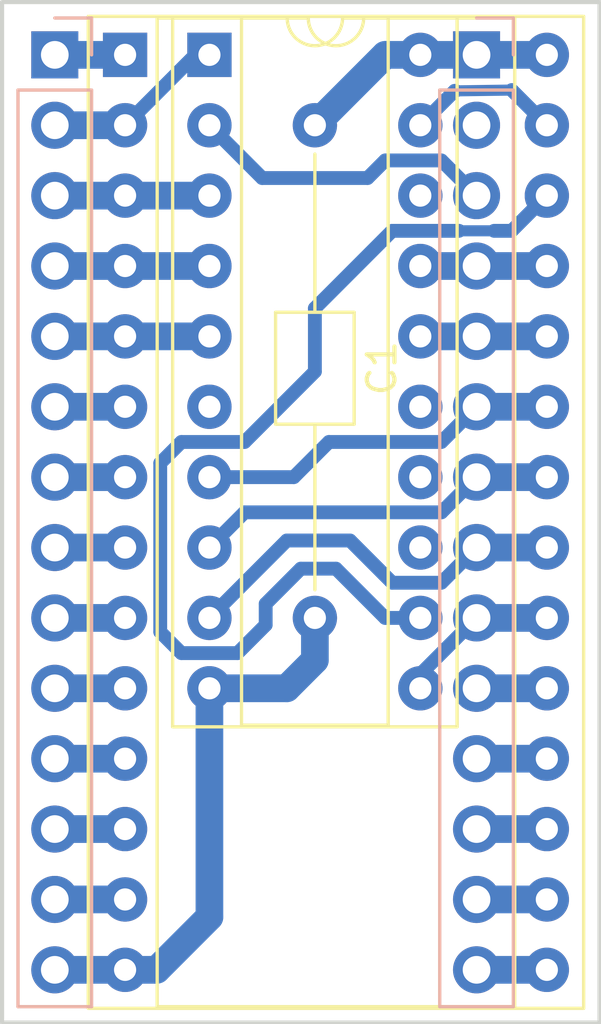
<source format=kicad_pcb>
(kicad_pcb (version 20171130) (host pcbnew 5.0.1-33cea8e~68~ubuntu16.04.1)

  (general
    (thickness 1.6)
    (drawings 4)
    (tracks 81)
    (zones 0)
    (modules 5)
    (nets 36)
  )

  (page A4)
  (layers
    (0 F.Cu signal)
    (31 B.Cu signal)
    (32 B.Adhes user hide)
    (33 F.Adhes user)
    (34 B.Paste user hide)
    (35 F.Paste user)
    (36 B.SilkS user hide)
    (37 F.SilkS user)
    (38 B.Mask user hide)
    (39 F.Mask user)
    (40 Dwgs.User user)
    (41 Cmts.User user)
    (42 Eco1.User user)
    (43 Eco2.User user)
    (44 Edge.Cuts user)
    (45 Margin user)
    (46 B.CrtYd user)
    (47 F.CrtYd user)
    (48 B.Fab user hide)
    (49 F.Fab user hide)
  )

  (setup
    (last_trace_width 1)
    (user_trace_width 0.5)
    (user_trace_width 1)
    (trace_clearance 0.2)
    (zone_clearance 0.508)
    (zone_45_only no)
    (trace_min 0.2)
    (segment_width 0.2)
    (edge_width 0.15)
    (via_size 0.8)
    (via_drill 0.4)
    (via_min_size 0.4)
    (via_min_drill 0.3)
    (uvia_size 0.3)
    (uvia_drill 0.1)
    (uvias_allowed no)
    (uvia_min_size 0.2)
    (uvia_min_drill 0.1)
    (pcb_text_width 0.3)
    (pcb_text_size 1.5 1.5)
    (mod_edge_width 0.15)
    (mod_text_size 1 1)
    (mod_text_width 0.15)
    (pad_size 1.524 1.524)
    (pad_drill 0.762)
    (pad_to_mask_clearance 0.051)
    (solder_mask_min_width 0.25)
    (aux_axis_origin 0 0)
    (visible_elements FFFFFF7F)
    (pcbplotparams
      (layerselection 0x010fc_ffffffff)
      (usegerberextensions false)
      (usegerberattributes false)
      (usegerberadvancedattributes false)
      (creategerberjobfile false)
      (excludeedgelayer true)
      (linewidth 0.100000)
      (plotframeref false)
      (viasonmask false)
      (mode 1)
      (useauxorigin false)
      (hpglpennumber 1)
      (hpglpenspeed 20)
      (hpglpendiameter 15.000000)
      (psnegative false)
      (psa4output false)
      (plotreference true)
      (plotvalue true)
      (plotinvisibletext false)
      (padsonsilk false)
      (subtractmaskfromsilk false)
      (outputformat 1)
      (mirror false)
      (drillshape 1)
      (scaleselection 1)
      (outputdirectory ""))
  )

  (net 0 "")
  (net 1 VCC)
  (net 2 GND)
  (net 3 /VPP)
  (net 4 /A12)
  (net 5 /A7)
  (net 6 /A6)
  (net 7 /A5)
  (net 8 /A4)
  (net 9 /A3)
  (net 10 /A2)
  (net 11 /A1)
  (net 12 /A0)
  (net 13 /D0)
  (net 14 /D1)
  (net 15 /D2)
  (net 16 /D3)
  (net 17 /D4)
  (net 18 /D5)
  (net 19 /D6)
  (net 20 /D7)
  (net 21 /NCE)
  (net 22 /A10)
  (net 23 /NOE)
  (net 24 /A11)
  (net 25 /A9)
  (net 26 /A8)
  (net 27 /A13)
  (net 28 "Net-(J2-Pad2)")
  (net 29 /A13OUT)
  (net 30 /A14OUT)
  (net 31 "Net-(U2-Pad13)")
  (net 32 "Net-(U2-Pad14)")
  (net 33 "Net-(U2-Pad15)")
  (net 34 "Net-(U2-Pad6)")
  (net 35 "Net-(U2-Pad18)")

  (net_class Default "This is the default net class."
    (clearance 0.2)
    (trace_width 0.5)
    (via_dia 0.8)
    (via_drill 0.4)
    (uvia_dia 0.3)
    (uvia_drill 0.1)
    (add_net /A0)
    (add_net /A1)
    (add_net /A10)
    (add_net /A11)
    (add_net /A12)
    (add_net /A13)
    (add_net /A13OUT)
    (add_net /A14OUT)
    (add_net /A2)
    (add_net /A3)
    (add_net /A4)
    (add_net /A5)
    (add_net /A6)
    (add_net /A7)
    (add_net /A8)
    (add_net /A9)
    (add_net /D0)
    (add_net /D1)
    (add_net /D2)
    (add_net /D3)
    (add_net /D4)
    (add_net /D5)
    (add_net /D6)
    (add_net /D7)
    (add_net /NCE)
    (add_net /NOE)
    (add_net /VPP)
    (add_net GND)
    (add_net "Net-(J2-Pad2)")
    (add_net "Net-(U2-Pad13)")
    (add_net "Net-(U2-Pad14)")
    (add_net "Net-(U2-Pad15)")
    (add_net "Net-(U2-Pad18)")
    (add_net "Net-(U2-Pad6)")
    (add_net VCC)
  )

  (module Package_DIP:DIP-20_W7.62mm_Socket (layer F.Cu) (tedit 5BD0653E) (tstamp 5BD07145)
    (at 104.648 76.2)
    (descr "20-lead though-hole mounted DIP package, row spacing 7.62 mm (300 mils), Socket")
    (tags "THT DIP DIL PDIP 2.54mm 7.62mm 300mil Socket")
    (path /5BD0686E)
    (fp_text reference U2 (at 3.81 -2.33) (layer F.SilkS) hide
      (effects (font (size 1 1) (thickness 0.15)))
    )
    (fp_text value GAL16V8 (at 3.81 25.19) (layer F.Fab)
      (effects (font (size 1 1) (thickness 0.15)))
    )
    (fp_arc (start 3.81 -1.33) (end 2.81 -1.33) (angle -180) (layer F.SilkS) (width 0.12))
    (fp_line (start 1.635 -1.27) (end 6.985 -1.27) (layer F.Fab) (width 0.1))
    (fp_line (start 6.985 -1.27) (end 6.985 24.13) (layer F.Fab) (width 0.1))
    (fp_line (start 6.985 24.13) (end 0.635 24.13) (layer F.Fab) (width 0.1))
    (fp_line (start 0.635 24.13) (end 0.635 -0.27) (layer F.Fab) (width 0.1))
    (fp_line (start 0.635 -0.27) (end 1.635 -1.27) (layer F.Fab) (width 0.1))
    (fp_line (start -1.27 -1.33) (end -1.27 24.19) (layer F.Fab) (width 0.1))
    (fp_line (start -1.27 24.19) (end 8.89 24.19) (layer F.Fab) (width 0.1))
    (fp_line (start 8.89 24.19) (end 8.89 -1.33) (layer F.Fab) (width 0.1))
    (fp_line (start 8.89 -1.33) (end -1.27 -1.33) (layer F.Fab) (width 0.1))
    (fp_line (start 2.81 -1.33) (end 1.16 -1.33) (layer F.SilkS) (width 0.12))
    (fp_line (start 1.16 -1.33) (end 1.16 24.19) (layer F.SilkS) (width 0.12))
    (fp_line (start 1.16 24.19) (end 6.46 24.19) (layer F.SilkS) (width 0.12))
    (fp_line (start 6.46 24.19) (end 6.46 -1.33) (layer F.SilkS) (width 0.12))
    (fp_line (start 6.46 -1.33) (end 4.81 -1.33) (layer F.SilkS) (width 0.12))
    (fp_line (start -1.33 -1.39) (end -1.33 24.25) (layer F.SilkS) (width 0.12))
    (fp_line (start -1.33 24.25) (end 8.95 24.25) (layer F.SilkS) (width 0.12))
    (fp_line (start 8.95 24.25) (end 8.95 -1.39) (layer F.SilkS) (width 0.12))
    (fp_line (start 8.95 -1.39) (end -1.33 -1.39) (layer F.SilkS) (width 0.12))
    (fp_line (start -1.55 -1.6) (end -1.55 24.45) (layer F.CrtYd) (width 0.05))
    (fp_line (start -1.55 24.45) (end 9.15 24.45) (layer F.CrtYd) (width 0.05))
    (fp_line (start 9.15 24.45) (end 9.15 -1.6) (layer F.CrtYd) (width 0.05))
    (fp_line (start 9.15 -1.6) (end -1.55 -1.6) (layer F.CrtYd) (width 0.05))
    (fp_text user %R (at 3.81 11.43) (layer F.Fab)
      (effects (font (size 1 1) (thickness 0.15)))
    )
    (pad 1 thru_hole rect (at 0 0) (size 1.6 1.6) (drill 0.8) (layers *.Cu *.Mask)
      (net 4 /A12))
    (pad 11 thru_hole oval (at 7.62 22.86) (size 1.6 1.6) (drill 0.8) (layers *.Cu *.Mask)
      (net 21 /NCE))
    (pad 2 thru_hole oval (at 0 2.54) (size 1.6 1.6) (drill 0.8) (layers *.Cu *.Mask)
      (net 27 /A13))
    (pad 12 thru_hole oval (at 7.62 20.32) (size 1.6 1.6) (drill 0.8) (layers *.Cu *.Mask)
      (net 29 /A13OUT))
    (pad 3 thru_hole oval (at 0 5.08) (size 1.6 1.6) (drill 0.8) (layers *.Cu *.Mask)
      (net 5 /A7))
    (pad 13 thru_hole oval (at 7.62 17.78) (size 1.6 1.6) (drill 0.8) (layers *.Cu *.Mask)
      (net 31 "Net-(U2-Pad13)"))
    (pad 4 thru_hole oval (at 0 7.62) (size 1.6 1.6) (drill 0.8) (layers *.Cu *.Mask)
      (net 6 /A6))
    (pad 14 thru_hole oval (at 7.62 15.24) (size 1.6 1.6) (drill 0.8) (layers *.Cu *.Mask)
      (net 32 "Net-(U2-Pad14)"))
    (pad 5 thru_hole oval (at 0 10.16) (size 1.6 1.6) (drill 0.8) (layers *.Cu *.Mask)
      (net 7 /A5))
    (pad 15 thru_hole oval (at 7.62 12.7) (size 1.6 1.6) (drill 0.8) (layers *.Cu *.Mask)
      (net 33 "Net-(U2-Pad15)"))
    (pad 6 thru_hole oval (at 0 12.7) (size 1.6 1.6) (drill 0.8) (layers *.Cu *.Mask)
      (net 34 "Net-(U2-Pad6)"))
    (pad 16 thru_hole oval (at 7.62 10.16) (size 1.6 1.6) (drill 0.8) (layers *.Cu *.Mask)
      (net 25 /A9))
    (pad 7 thru_hole oval (at 0 15.24) (size 1.6 1.6) (drill 0.8) (layers *.Cu *.Mask)
      (net 24 /A11))
    (pad 17 thru_hole oval (at 7.62 7.62) (size 1.6 1.6) (drill 0.8) (layers *.Cu *.Mask)
      (net 26 /A8))
    (pad 8 thru_hole oval (at 0 17.78) (size 1.6 1.6) (drill 0.8) (layers *.Cu *.Mask)
      (net 23 /NOE))
    (pad 18 thru_hole oval (at 7.62 5.08) (size 1.6 1.6) (drill 0.8) (layers *.Cu *.Mask)
      (net 35 "Net-(U2-Pad18)"))
    (pad 9 thru_hole oval (at 0 20.32) (size 1.6 1.6) (drill 0.8) (layers *.Cu *.Mask)
      (net 22 /A10))
    (pad 19 thru_hole oval (at 7.62 2.54) (size 1.6 1.6) (drill 0.8) (layers *.Cu *.Mask)
      (net 30 /A14OUT))
    (pad 10 thru_hole oval (at 0 22.86) (size 1.6 1.6) (drill 0.8) (layers *.Cu *.Mask)
      (net 2 GND))
    (pad 20 thru_hole oval (at 7.62 0) (size 1.6 1.6) (drill 0.8) (layers *.Cu *.Mask)
      (net 1 VCC))
    (model ${KISYS3DMOD}/Package_DIP.3dshapes/DIP-20_W7.62mm_Socket.wrl
      (at (xyz 0 0 0))
      (scale (xyz 1 1 1))
      (rotate (xyz 0 0 0))
    )
  )

  (module Connector_PinHeader_2.54mm:PinHeader_1x14_P2.54mm_Vertical (layer B.Cu) (tedit 5BD06528) (tstamp 5BDCCCF5)
    (at 99.06 76.2 180)
    (descr "Through hole straight pin header, 1x14, 2.54mm pitch, single row")
    (tags "Through hole pin header THT 1x14 2.54mm single row")
    (path /5BD069BF)
    (fp_text reference J1 (at 0 2.33 180) (layer B.SilkS) hide
      (effects (font (size 1 1) (thickness 0.15)) (justify mirror))
    )
    (fp_text value Conn_01x14 (at 0 -35.35 180) (layer B.Fab)
      (effects (font (size 1 1) (thickness 0.15)) (justify mirror))
    )
    (fp_line (start -0.635 1.27) (end 1.27 1.27) (layer B.Fab) (width 0.1))
    (fp_line (start 1.27 1.27) (end 1.27 -34.29) (layer B.Fab) (width 0.1))
    (fp_line (start 1.27 -34.29) (end -1.27 -34.29) (layer B.Fab) (width 0.1))
    (fp_line (start -1.27 -34.29) (end -1.27 0.635) (layer B.Fab) (width 0.1))
    (fp_line (start -1.27 0.635) (end -0.635 1.27) (layer B.Fab) (width 0.1))
    (fp_line (start -1.33 -34.35) (end 1.33 -34.35) (layer B.SilkS) (width 0.12))
    (fp_line (start -1.33 -1.27) (end -1.33 -34.35) (layer B.SilkS) (width 0.12))
    (fp_line (start 1.33 -1.27) (end 1.33 -34.35) (layer B.SilkS) (width 0.12))
    (fp_line (start -1.33 -1.27) (end 1.33 -1.27) (layer B.SilkS) (width 0.12))
    (fp_line (start -1.33 0) (end -1.33 1.33) (layer B.SilkS) (width 0.12))
    (fp_line (start -1.33 1.33) (end 0 1.33) (layer B.SilkS) (width 0.12))
    (fp_line (start -1.8 1.8) (end -1.8 -34.8) (layer B.CrtYd) (width 0.05))
    (fp_line (start -1.8 -34.8) (end 1.8 -34.8) (layer B.CrtYd) (width 0.05))
    (fp_line (start 1.8 -34.8) (end 1.8 1.8) (layer B.CrtYd) (width 0.05))
    (fp_line (start 1.8 1.8) (end -1.8 1.8) (layer B.CrtYd) (width 0.05))
    (fp_text user %R (at 0 -16.51 90) (layer B.Fab)
      (effects (font (size 1 1) (thickness 0.15)) (justify mirror))
    )
    (pad 1 thru_hole rect (at 0 0 180) (size 1.7 1.7) (drill 1) (layers *.Cu *.Mask)
      (net 3 /VPP))
    (pad 2 thru_hole oval (at 0 -2.54 180) (size 1.7 1.7) (drill 1) (layers *.Cu *.Mask)
      (net 4 /A12))
    (pad 3 thru_hole oval (at 0 -5.08 180) (size 1.7 1.7) (drill 1) (layers *.Cu *.Mask)
      (net 5 /A7))
    (pad 4 thru_hole oval (at 0 -7.62 180) (size 1.7 1.7) (drill 1) (layers *.Cu *.Mask)
      (net 6 /A6))
    (pad 5 thru_hole oval (at 0 -10.16 180) (size 1.7 1.7) (drill 1) (layers *.Cu *.Mask)
      (net 7 /A5))
    (pad 6 thru_hole oval (at 0 -12.7 180) (size 1.7 1.7) (drill 1) (layers *.Cu *.Mask)
      (net 8 /A4))
    (pad 7 thru_hole oval (at 0 -15.24 180) (size 1.7 1.7) (drill 1) (layers *.Cu *.Mask)
      (net 9 /A3))
    (pad 8 thru_hole oval (at 0 -17.78 180) (size 1.7 1.7) (drill 1) (layers *.Cu *.Mask)
      (net 10 /A2))
    (pad 9 thru_hole oval (at 0 -20.32 180) (size 1.7 1.7) (drill 1) (layers *.Cu *.Mask)
      (net 11 /A1))
    (pad 10 thru_hole oval (at 0 -22.86 180) (size 1.7 1.7) (drill 1) (layers *.Cu *.Mask)
      (net 12 /A0))
    (pad 11 thru_hole oval (at 0 -25.4 180) (size 1.7 1.7) (drill 1) (layers *.Cu *.Mask)
      (net 13 /D0))
    (pad 12 thru_hole oval (at 0 -27.94 180) (size 1.7 1.7) (drill 1) (layers *.Cu *.Mask)
      (net 14 /D1))
    (pad 13 thru_hole oval (at 0 -30.48 180) (size 1.7 1.7) (drill 1) (layers *.Cu *.Mask)
      (net 15 /D2))
    (pad 14 thru_hole oval (at 0 -33.02 180) (size 1.7 1.7) (drill 1) (layers *.Cu *.Mask)
      (net 2 GND))
    (model ${KISYS3DMOD}/Connector_PinHeader_2.54mm.3dshapes/PinHeader_1x14_P2.54mm_Vertical.wrl
      (at (xyz 0 0 0))
      (scale (xyz 1 1 1))
      (rotate (xyz 0 0 0))
    )
  )

  (module Connector_PinHeader_2.54mm:PinHeader_1x14_P2.54mm_Vertical (layer B.Cu) (tedit 5BD0652E) (tstamp 5BDCCEC6)
    (at 114.3 76.2 180)
    (descr "Through hole straight pin header, 1x14, 2.54mm pitch, single row")
    (tags "Through hole pin header THT 1x14 2.54mm single row")
    (path /5BD06A3E)
    (fp_text reference J2 (at 0 2.33 180) (layer B.SilkS) hide
      (effects (font (size 1 1) (thickness 0.15)) (justify mirror))
    )
    (fp_text value Conn_01x14 (at 0 -35.35 180) (layer B.Fab)
      (effects (font (size 1 1) (thickness 0.15)) (justify mirror))
    )
    (fp_text user %R (at 0 -16.51 90) (layer B.Fab)
      (effects (font (size 1 1) (thickness 0.15)) (justify mirror))
    )
    (fp_line (start 1.8 1.8) (end -1.8 1.8) (layer B.CrtYd) (width 0.05))
    (fp_line (start 1.8 -34.8) (end 1.8 1.8) (layer B.CrtYd) (width 0.05))
    (fp_line (start -1.8 -34.8) (end 1.8 -34.8) (layer B.CrtYd) (width 0.05))
    (fp_line (start -1.8 1.8) (end -1.8 -34.8) (layer B.CrtYd) (width 0.05))
    (fp_line (start -1.33 1.33) (end 0 1.33) (layer B.SilkS) (width 0.12))
    (fp_line (start -1.33 0) (end -1.33 1.33) (layer B.SilkS) (width 0.12))
    (fp_line (start -1.33 -1.27) (end 1.33 -1.27) (layer B.SilkS) (width 0.12))
    (fp_line (start 1.33 -1.27) (end 1.33 -34.35) (layer B.SilkS) (width 0.12))
    (fp_line (start -1.33 -1.27) (end -1.33 -34.35) (layer B.SilkS) (width 0.12))
    (fp_line (start -1.33 -34.35) (end 1.33 -34.35) (layer B.SilkS) (width 0.12))
    (fp_line (start -1.27 0.635) (end -0.635 1.27) (layer B.Fab) (width 0.1))
    (fp_line (start -1.27 -34.29) (end -1.27 0.635) (layer B.Fab) (width 0.1))
    (fp_line (start 1.27 -34.29) (end -1.27 -34.29) (layer B.Fab) (width 0.1))
    (fp_line (start 1.27 1.27) (end 1.27 -34.29) (layer B.Fab) (width 0.1))
    (fp_line (start -0.635 1.27) (end 1.27 1.27) (layer B.Fab) (width 0.1))
    (pad 14 thru_hole oval (at 0 -33.02 180) (size 1.7 1.7) (drill 1) (layers *.Cu *.Mask)
      (net 16 /D3))
    (pad 13 thru_hole oval (at 0 -30.48 180) (size 1.7 1.7) (drill 1) (layers *.Cu *.Mask)
      (net 17 /D4))
    (pad 12 thru_hole oval (at 0 -27.94 180) (size 1.7 1.7) (drill 1) (layers *.Cu *.Mask)
      (net 18 /D5))
    (pad 11 thru_hole oval (at 0 -25.4 180) (size 1.7 1.7) (drill 1) (layers *.Cu *.Mask)
      (net 19 /D6))
    (pad 10 thru_hole oval (at 0 -22.86 180) (size 1.7 1.7) (drill 1) (layers *.Cu *.Mask)
      (net 20 /D7))
    (pad 9 thru_hole oval (at 0 -20.32 180) (size 1.7 1.7) (drill 1) (layers *.Cu *.Mask)
      (net 21 /NCE))
    (pad 8 thru_hole oval (at 0 -17.78 180) (size 1.7 1.7) (drill 1) (layers *.Cu *.Mask)
      (net 22 /A10))
    (pad 7 thru_hole oval (at 0 -15.24 180) (size 1.7 1.7) (drill 1) (layers *.Cu *.Mask)
      (net 23 /NOE))
    (pad 6 thru_hole oval (at 0 -12.7 180) (size 1.7 1.7) (drill 1) (layers *.Cu *.Mask)
      (net 24 /A11))
    (pad 5 thru_hole oval (at 0 -10.16 180) (size 1.7 1.7) (drill 1) (layers *.Cu *.Mask)
      (net 25 /A9))
    (pad 4 thru_hole oval (at 0 -7.62 180) (size 1.7 1.7) (drill 1) (layers *.Cu *.Mask)
      (net 26 /A8))
    (pad 3 thru_hole oval (at 0 -5.08 180) (size 1.7 1.7) (drill 1) (layers *.Cu *.Mask)
      (net 27 /A13))
    (pad 2 thru_hole oval (at 0 -2.54 180) (size 1.7 1.7) (drill 1) (layers *.Cu *.Mask)
      (net 28 "Net-(J2-Pad2)"))
    (pad 1 thru_hole rect (at 0 0 180) (size 1.7 1.7) (drill 1) (layers *.Cu *.Mask)
      (net 1 VCC))
    (model ${KISYS3DMOD}/Connector_PinHeader_2.54mm.3dshapes/PinHeader_1x14_P2.54mm_Vertical.wrl
      (at (xyz 0 0 0))
      (scale (xyz 1 1 1))
      (rotate (xyz 0 0 0))
    )
  )

  (module Package_DIP:DIP-28_W15.24mm_Socket (layer F.Cu) (tedit 5BD06535) (tstamp 5BD07012)
    (at 101.6 76.2)
    (descr "28-lead though-hole mounted DIP package, row spacing 15.24 mm (600 mils), Socket")
    (tags "THT DIP DIL PDIP 2.54mm 15.24mm 600mil Socket")
    (path /5BD067B7)
    (fp_text reference U1 (at 7.62 -2.33) (layer F.SilkS) hide
      (effects (font (size 1 1) (thickness 0.15)))
    )
    (fp_text value 27C256 (at 7.62 35.35) (layer F.Fab)
      (effects (font (size 1 1) (thickness 0.15)))
    )
    (fp_arc (start 7.62 -1.33) (end 6.62 -1.33) (angle -180) (layer F.SilkS) (width 0.12))
    (fp_line (start 1.255 -1.27) (end 14.985 -1.27) (layer F.Fab) (width 0.1))
    (fp_line (start 14.985 -1.27) (end 14.985 34.29) (layer F.Fab) (width 0.1))
    (fp_line (start 14.985 34.29) (end 0.255 34.29) (layer F.Fab) (width 0.1))
    (fp_line (start 0.255 34.29) (end 0.255 -0.27) (layer F.Fab) (width 0.1))
    (fp_line (start 0.255 -0.27) (end 1.255 -1.27) (layer F.Fab) (width 0.1))
    (fp_line (start -1.27 -1.33) (end -1.27 34.35) (layer F.Fab) (width 0.1))
    (fp_line (start -1.27 34.35) (end 16.51 34.35) (layer F.Fab) (width 0.1))
    (fp_line (start 16.51 34.35) (end 16.51 -1.33) (layer F.Fab) (width 0.1))
    (fp_line (start 16.51 -1.33) (end -1.27 -1.33) (layer F.Fab) (width 0.1))
    (fp_line (start 6.62 -1.33) (end 1.16 -1.33) (layer F.SilkS) (width 0.12))
    (fp_line (start 1.16 -1.33) (end 1.16 34.35) (layer F.SilkS) (width 0.12))
    (fp_line (start 1.16 34.35) (end 14.08 34.35) (layer F.SilkS) (width 0.12))
    (fp_line (start 14.08 34.35) (end 14.08 -1.33) (layer F.SilkS) (width 0.12))
    (fp_line (start 14.08 -1.33) (end 8.62 -1.33) (layer F.SilkS) (width 0.12))
    (fp_line (start -1.33 -1.39) (end -1.33 34.41) (layer F.SilkS) (width 0.12))
    (fp_line (start -1.33 34.41) (end 16.57 34.41) (layer F.SilkS) (width 0.12))
    (fp_line (start 16.57 34.41) (end 16.57 -1.39) (layer F.SilkS) (width 0.12))
    (fp_line (start 16.57 -1.39) (end -1.33 -1.39) (layer F.SilkS) (width 0.12))
    (fp_line (start -1.55 -1.6) (end -1.55 34.65) (layer F.CrtYd) (width 0.05))
    (fp_line (start -1.55 34.65) (end 16.8 34.65) (layer F.CrtYd) (width 0.05))
    (fp_line (start 16.8 34.65) (end 16.8 -1.6) (layer F.CrtYd) (width 0.05))
    (fp_line (start 16.8 -1.6) (end -1.55 -1.6) (layer F.CrtYd) (width 0.05))
    (fp_text user %R (at 7.62 16.51) (layer F.Fab)
      (effects (font (size 1 1) (thickness 0.15)))
    )
    (pad 1 thru_hole rect (at 0 0) (size 1.6 1.6) (drill 0.8) (layers *.Cu *.Mask)
      (net 3 /VPP))
    (pad 15 thru_hole oval (at 15.24 33.02) (size 1.6 1.6) (drill 0.8) (layers *.Cu *.Mask)
      (net 16 /D3))
    (pad 2 thru_hole oval (at 0 2.54) (size 1.6 1.6) (drill 0.8) (layers *.Cu *.Mask)
      (net 4 /A12))
    (pad 16 thru_hole oval (at 15.24 30.48) (size 1.6 1.6) (drill 0.8) (layers *.Cu *.Mask)
      (net 17 /D4))
    (pad 3 thru_hole oval (at 0 5.08) (size 1.6 1.6) (drill 0.8) (layers *.Cu *.Mask)
      (net 5 /A7))
    (pad 17 thru_hole oval (at 15.24 27.94) (size 1.6 1.6) (drill 0.8) (layers *.Cu *.Mask)
      (net 18 /D5))
    (pad 4 thru_hole oval (at 0 7.62) (size 1.6 1.6) (drill 0.8) (layers *.Cu *.Mask)
      (net 6 /A6))
    (pad 18 thru_hole oval (at 15.24 25.4) (size 1.6 1.6) (drill 0.8) (layers *.Cu *.Mask)
      (net 19 /D6))
    (pad 5 thru_hole oval (at 0 10.16) (size 1.6 1.6) (drill 0.8) (layers *.Cu *.Mask)
      (net 7 /A5))
    (pad 19 thru_hole oval (at 15.24 22.86) (size 1.6 1.6) (drill 0.8) (layers *.Cu *.Mask)
      (net 20 /D7))
    (pad 6 thru_hole oval (at 0 12.7) (size 1.6 1.6) (drill 0.8) (layers *.Cu *.Mask)
      (net 8 /A4))
    (pad 20 thru_hole oval (at 15.24 20.32) (size 1.6 1.6) (drill 0.8) (layers *.Cu *.Mask)
      (net 21 /NCE))
    (pad 7 thru_hole oval (at 0 15.24) (size 1.6 1.6) (drill 0.8) (layers *.Cu *.Mask)
      (net 9 /A3))
    (pad 21 thru_hole oval (at 15.24 17.78) (size 1.6 1.6) (drill 0.8) (layers *.Cu *.Mask)
      (net 22 /A10))
    (pad 8 thru_hole oval (at 0 17.78) (size 1.6 1.6) (drill 0.8) (layers *.Cu *.Mask)
      (net 10 /A2))
    (pad 22 thru_hole oval (at 15.24 15.24) (size 1.6 1.6) (drill 0.8) (layers *.Cu *.Mask)
      (net 23 /NOE))
    (pad 9 thru_hole oval (at 0 20.32) (size 1.6 1.6) (drill 0.8) (layers *.Cu *.Mask)
      (net 11 /A1))
    (pad 23 thru_hole oval (at 15.24 12.7) (size 1.6 1.6) (drill 0.8) (layers *.Cu *.Mask)
      (net 24 /A11))
    (pad 10 thru_hole oval (at 0 22.86) (size 1.6 1.6) (drill 0.8) (layers *.Cu *.Mask)
      (net 12 /A0))
    (pad 24 thru_hole oval (at 15.24 10.16) (size 1.6 1.6) (drill 0.8) (layers *.Cu *.Mask)
      (net 25 /A9))
    (pad 11 thru_hole oval (at 0 25.4) (size 1.6 1.6) (drill 0.8) (layers *.Cu *.Mask)
      (net 13 /D0))
    (pad 25 thru_hole oval (at 15.24 7.62) (size 1.6 1.6) (drill 0.8) (layers *.Cu *.Mask)
      (net 26 /A8))
    (pad 12 thru_hole oval (at 0 27.94) (size 1.6 1.6) (drill 0.8) (layers *.Cu *.Mask)
      (net 14 /D1))
    (pad 26 thru_hole oval (at 15.24 5.08) (size 1.6 1.6) (drill 0.8) (layers *.Cu *.Mask)
      (net 29 /A13OUT))
    (pad 13 thru_hole oval (at 0 30.48) (size 1.6 1.6) (drill 0.8) (layers *.Cu *.Mask)
      (net 15 /D2))
    (pad 27 thru_hole oval (at 15.24 2.54) (size 1.6 1.6) (drill 0.8) (layers *.Cu *.Mask)
      (net 30 /A14OUT))
    (pad 14 thru_hole oval (at 0 33.02) (size 1.6 1.6) (drill 0.8) (layers *.Cu *.Mask)
      (net 2 GND))
    (pad 28 thru_hole oval (at 15.24 0) (size 1.6 1.6) (drill 0.8) (layers *.Cu *.Mask)
      (net 1 VCC))
    (model ${KISYS3DMOD}/Package_DIP.3dshapes/DIP-28_W15.24mm_Socket.wrl
      (at (xyz 0 0 0))
      (scale (xyz 1 1 1))
      (rotate (xyz 0 0 0))
    )
  )

  (module custom_footprints:C_Axial_L3.8mm_D2.6mm_P17.50mm_Horizontal (layer F.Cu) (tedit 5BD063BD) (tstamp 5BE7E77A)
    (at 108.458 78.74 270)
    (descr "C, Axial series, Axial, Horizontal, pin pitch=15mm, , length*diameter=3.8*2.6mm^2, http://www.vishay.com/docs/45231/arseries.pdf")
    (tags "C Axial series Axial Horizontal pin pitch 15mm  length 3.8mm diameter 2.6mm")
    (path /5BD05845)
    (fp_text reference C1 (at 8.77 -2.42 270) (layer F.SilkS)
      (effects (font (size 1 1) (thickness 0.15)))
    )
    (fp_text value CAP (at 8.77 2.42 270) (layer F.Fab)
      (effects (font (size 1 1) (thickness 0.15)))
    )
    (fp_line (start 6.87 -1.3) (end 6.87 1.3) (layer F.Fab) (width 0.1))
    (fp_line (start 6.87 1.3) (end 10.67 1.3) (layer F.Fab) (width 0.1))
    (fp_line (start 10.67 1.3) (end 10.67 -1.3) (layer F.Fab) (width 0.1))
    (fp_line (start 10.67 -1.3) (end 6.87 -1.3) (layer F.Fab) (width 0.1))
    (fp_line (start 0 0) (end 6.858 0) (layer F.Fab) (width 0.1))
    (fp_line (start 17.78 0) (end 10.656 0) (layer F.Fab) (width 0.1))
    (fp_line (start 6.75 -1.42) (end 6.75 1.42) (layer F.SilkS) (width 0.12))
    (fp_line (start 6.75 1.42) (end 10.79 1.42) (layer F.SilkS) (width 0.12))
    (fp_line (start 10.79 1.42) (end 10.79 -1.42) (layer F.SilkS) (width 0.12))
    (fp_line (start 10.79 -1.42) (end 6.75 -1.42) (layer F.SilkS) (width 0.12))
    (fp_line (start 1.04 0) (end 6.731 0) (layer F.SilkS) (width 0.12))
    (fp_line (start 16.764 0) (end 10.795 0) (layer F.SilkS) (width 0.12))
    (fp_line (start -1.016 -1.524) (end -1.016 1.524) (layer F.CrtYd) (width 0.05))
    (fp_line (start -1.016 1.524) (end 18.796 1.524) (layer F.CrtYd) (width 0.05))
    (fp_line (start 18.796 1.524) (end 18.796 -1.524) (layer F.CrtYd) (width 0.05))
    (fp_line (start 18.796 -1.524) (end -1.016 -1.524) (layer F.CrtYd) (width 0.05))
    (fp_text user %R (at 8.77 0 270) (layer F.Fab)
      (effects (font (size 0.76 0.76) (thickness 0.114)))
    )
    (pad 1 thru_hole circle (at 0 0 270) (size 1.6 1.6) (drill 0.8) (layers *.Cu *.Mask)
      (net 1 VCC))
    (pad 2 thru_hole oval (at 17.78 0 270) (size 1.6 1.6) (drill 0.8) (layers *.Cu *.Mask)
      (net 2 GND))
    (model ${KISYS3DMOD}/Capacitor_THT.3dshapes/C_Axial_L3.8mm_D2.6mm_P15.00mm_Horizontal.wrl
      (at (xyz 0 0 0))
      (scale (xyz 1 1 1))
      (rotate (xyz 0 0 0))
    )
  )

  (gr_line (start 97.155 111.125) (end 97.155 74.295) (layer Edge.Cuts) (width 0.15))
  (gr_line (start 118.745 111.125) (end 97.155 111.125) (layer Edge.Cuts) (width 0.15))
  (gr_line (start 118.745 74.295) (end 118.745 111.125) (layer Edge.Cuts) (width 0.15))
  (gr_line (start 97.155 74.295) (end 118.745 74.295) (layer Edge.Cuts) (width 0.15))

  (segment (start 114.3 76.2) (end 116.84 76.2) (width 1) (layer B.Cu) (net 1) (status 30))
  (segment (start 110.998 76.2) (end 108.458 78.74) (width 1) (layer B.Cu) (net 1))
  (segment (start 114.3 76.2) (end 110.998 76.2) (width 1) (layer B.Cu) (net 1))
  (segment (start 99.06 109.22) (end 101.6 109.22) (width 1) (layer B.Cu) (net 2) (status 30))
  (segment (start 102.743 109.22) (end 104.648 107.315) (width 1) (layer B.Cu) (net 2))
  (segment (start 101.6 109.22) (end 102.743 109.22) (width 1) (layer B.Cu) (net 2) (status 10))
  (segment (start 104.648 99.06) (end 104.648 107.315) (width 1) (layer B.Cu) (net 2) (status 10))
  (segment (start 107.442 99.06) (end 104.648 99.06) (width 1) (layer B.Cu) (net 2))
  (segment (start 108.458 98.044) (end 107.442 99.06) (width 1) (layer B.Cu) (net 2))
  (segment (start 108.458 96.52) (end 108.458 98.044) (width 1) (layer B.Cu) (net 2))
  (segment (start 99.06 76.2) (end 101.6 76.2) (width 1) (layer B.Cu) (net 3) (status 30))
  (segment (start 99.06 78.74) (end 101.6 78.74) (width 1) (layer B.Cu) (net 4) (status 30))
  (segment (start 104.14 76.2) (end 101.6 78.74) (width 0.5) (layer B.Cu) (net 4) (status 30))
  (segment (start 99.06 81.28) (end 101.6 81.28) (width 1) (layer B.Cu) (net 5) (status 30))
  (segment (start 101.6 81.28) (end 104.648 81.28) (width 1) (layer B.Cu) (net 5) (status 30))
  (segment (start 99.06 83.82) (end 101.6 83.82) (width 1) (layer B.Cu) (net 6) (status 30))
  (segment (start 104.648 83.82) (end 101.6 83.82) (width 1) (layer B.Cu) (net 6) (status 30))
  (segment (start 99.06 86.36) (end 101.6 86.36) (width 1) (layer B.Cu) (net 7) (status 30))
  (segment (start 101.6 86.36) (end 104.648 86.36) (width 1) (layer B.Cu) (net 7) (status 30))
  (segment (start 99.06 88.9) (end 101.6 88.9) (width 1) (layer B.Cu) (net 8) (status 30))
  (segment (start 99.06 91.44) (end 101.6 91.44) (width 1) (layer B.Cu) (net 9) (status 30))
  (segment (start 99.06 93.98) (end 101.6 93.98) (width 1) (layer B.Cu) (net 10) (status 30))
  (segment (start 99.06 96.52) (end 101.6 96.52) (width 1) (layer B.Cu) (net 11) (status 30))
  (segment (start 99.06 99.06) (end 101.6 99.06) (width 1) (layer B.Cu) (net 12) (status 30))
  (segment (start 99.06 101.6) (end 101.6 101.6) (width 1) (layer B.Cu) (net 13) (status 30))
  (segment (start 99.06 104.14) (end 101.6 104.14) (width 1) (layer B.Cu) (net 14) (status 30))
  (segment (start 99.06 106.68) (end 101.6 106.68) (width 1) (layer B.Cu) (net 15) (status 30))
  (segment (start 114.3 109.22) (end 116.84 109.22) (width 1) (layer B.Cu) (net 16) (status 30))
  (segment (start 114.3 106.68) (end 116.84 106.68) (width 1) (layer B.Cu) (net 17) (status 30))
  (segment (start 114.3 104.14) (end 116.84 104.14) (width 1) (layer B.Cu) (net 18) (status 30))
  (segment (start 114.3 101.6) (end 116.84 101.6) (width 1) (layer B.Cu) (net 19) (status 30))
  (segment (start 114.3 99.06) (end 116.84 99.06) (width 1) (layer B.Cu) (net 20) (status 30))
  (segment (start 114.3 96.52) (end 116.84 96.52) (width 1) (layer B.Cu) (net 21) (status 30))
  (segment (start 114.3 96.52) (end 111.76 99.06) (width 0.5) (layer B.Cu) (net 21) (status 30))
  (segment (start 114.3 93.98) (end 116.84 93.98) (width 1) (layer B.Cu) (net 22) (status 30))
  (segment (start 104.648 96.52) (end 104.14 96.52) (width 0.5) (layer B.Cu) (net 22))
  (segment (start 107.442 93.726) (end 104.648 96.52) (width 0.5) (layer B.Cu) (net 22))
  (segment (start 114.3 93.98) (end 113.03 95.25) (width 0.5) (layer B.Cu) (net 22))
  (segment (start 113.03 95.25) (end 111.252 95.25) (width 0.5) (layer B.Cu) (net 22))
  (segment (start 111.252 95.25) (end 109.728 93.726) (width 0.5) (layer B.Cu) (net 22))
  (segment (start 109.728 93.726) (end 107.442 93.726) (width 0.5) (layer B.Cu) (net 22))
  (segment (start 114.3 91.44) (end 116.84 91.44) (width 1) (layer B.Cu) (net 23) (status 30))
  (segment (start 105.918 92.71) (end 104.648 93.98) (width 0.5) (layer B.Cu) (net 23) (status 20))
  (segment (start 113.03 92.71) (end 105.918 92.71) (width 0.5) (layer B.Cu) (net 23))
  (segment (start 114.3 91.44) (end 113.03 92.71) (width 0.5) (layer B.Cu) (net 23) (status 10))
  (segment (start 114.3 88.9) (end 116.84 88.9) (width 1) (layer B.Cu) (net 24) (status 30))
  (segment (start 113.03 90.17) (end 114.3 88.9) (width 0.5) (layer B.Cu) (net 24))
  (segment (start 108.966 90.17) (end 113.03 90.17) (width 0.5) (layer B.Cu) (net 24))
  (segment (start 107.696 91.44) (end 108.966 90.17) (width 0.5) (layer B.Cu) (net 24))
  (segment (start 104.14 91.44) (end 107.696 91.44) (width 0.5) (layer B.Cu) (net 24))
  (segment (start 114.3 86.36) (end 116.84 86.36) (width 1) (layer B.Cu) (net 25) (status 30))
  (segment (start 112.268 86.36) (end 114.3 86.36) (width 1) (layer B.Cu) (net 25) (status 30))
  (segment (start 114.3 83.82) (end 116.84 83.82) (width 1) (layer B.Cu) (net 26) (status 30))
  (segment (start 112.268 83.82) (end 114.3 83.82) (width 1) (layer B.Cu) (net 26))
  (segment (start 104.648 78.74) (end 106.553 80.645) (width 0.5) (layer B.Cu) (net 27))
  (segment (start 110.363 80.645) (end 110.998 80.01) (width 0.5) (layer B.Cu) (net 27))
  (segment (start 113.03 80.01) (end 114.3 81.28) (width 0.5) (layer B.Cu) (net 27))
  (segment (start 106.553 80.645) (end 110.363 80.645) (width 0.5) (layer B.Cu) (net 27))
  (segment (start 110.998 80.01) (end 113.03 80.01) (width 0.5) (layer B.Cu) (net 27))
  (segment (start 116.84 81.28) (end 115.57 82.55) (width 0.5) (layer B.Cu) (net 29) (status 10))
  (segment (start 114.935 82.55) (end 115.57 82.55) (width 0.5) (layer B.Cu) (net 29))
  (segment (start 114.935 82.55) (end 113.665 82.55) (width 0.4) (layer B.Cu) (net 29))
  (segment (start 106.68 96.774) (end 106.68 96.012) (width 0.5) (layer B.Cu) (net 29))
  (segment (start 108.458 87.63) (end 105.918 90.17) (width 0.5) (layer B.Cu) (net 29))
  (segment (start 111.252 82.55) (end 108.458 85.344) (width 0.5) (layer B.Cu) (net 29))
  (segment (start 102.87 90.933998) (end 102.87 97.026002) (width 0.5) (layer B.Cu) (net 29))
  (segment (start 107.95 94.742) (end 109.22 94.742) (width 0.5) (layer B.Cu) (net 29))
  (segment (start 105.664 97.79) (end 106.68 96.774) (width 0.5) (layer B.Cu) (net 29))
  (segment (start 110.998 96.52) (end 111.76 96.52) (width 0.5) (layer B.Cu) (net 29))
  (segment (start 108.458 85.344) (end 108.458 87.63) (width 0.5) (layer B.Cu) (net 29))
  (segment (start 109.22 94.742) (end 110.998 96.52) (width 0.5) (layer B.Cu) (net 29))
  (segment (start 113.665 82.55) (end 111.252 82.55) (width 0.5) (layer B.Cu) (net 29))
  (segment (start 105.918 90.17) (end 103.633998 90.17) (width 0.5) (layer B.Cu) (net 29))
  (segment (start 102.87 97.026002) (end 103.633998 97.79) (width 0.5) (layer B.Cu) (net 29))
  (segment (start 103.633998 90.17) (end 102.87 90.933998) (width 0.5) (layer B.Cu) (net 29))
  (segment (start 106.68 96.012) (end 107.95 94.742) (width 0.5) (layer B.Cu) (net 29))
  (segment (start 103.633998 97.79) (end 105.664 97.79) (width 0.5) (layer B.Cu) (net 29))
  (segment (start 115.57 77.47) (end 116.84 78.74) (width 0.5) (layer B.Cu) (net 30) (status 20))
  (segment (start 113.507999 77.500001) (end 113.538 77.500001) (width 0.5) (layer B.Cu) (net 30))
  (segment (start 112.268 78.74) (end 113.507999 77.500001) (width 0.5) (layer B.Cu) (net 30) (status 10))
  (segment (start 115.57 77.47) (end 113.538 77.500001) (width 0.4) (layer B.Cu) (net 30))

)

</source>
